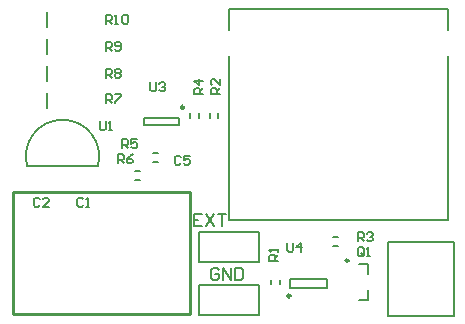
<source format=gto>
%FSLAX24Y24*%
%MOIN*%
G70*
G01*
G75*
G04 Layer_Color=65535*
%ADD10R,0.0276X0.0354*%
%ADD11R,0.0512X0.0236*%
%ADD12R,0.0354X0.0276*%
%ADD13R,0.0315X0.0354*%
%ADD14R,0.0217X0.0394*%
%ADD15R,0.0472X0.0551*%
%ADD16R,0.0500X0.0299*%
%ADD17R,0.0217X0.0512*%
%ADD18C,0.0120*%
%ADD19C,0.0140*%
%ADD20C,0.0200*%
%ADD21C,0.0492*%
%ADD22R,0.0866X0.0866*%
%ADD23C,0.0709*%
%ADD24C,0.0630*%
%ADD25C,0.1063*%
%ADD26C,0.0882*%
%ADD27C,0.0400*%
%ADD28C,0.0098*%
%ADD29C,0.0050*%
%ADD30C,0.0079*%
%ADD31C,0.0100*%
%ADD32C,0.0080*%
D28*
X11236Y2059D02*
G03*
X11236Y2059I-49J0D01*
G01*
X5748Y7172D02*
G03*
X5748Y7172I-49J0D01*
G01*
X9300Y887D02*
G03*
X9300Y887I-49J0D01*
G01*
D29*
X2881Y5221D02*
G03*
X519Y5220I-1181J314D01*
G01*
Y5220D02*
X2881D01*
X12559Y230D02*
Y2670D01*
X14741Y230D02*
Y2670D01*
X12559D02*
X14741D01*
X12559Y230D02*
X14741D01*
X6250Y2000D02*
Y3000D01*
X8250Y2000D02*
Y3000D01*
X6250D02*
X8250D01*
X6250Y2000D02*
X8250D01*
Y250D02*
Y1250D01*
X6250Y250D02*
Y1250D01*
Y250D02*
X8250D01*
X6250Y1250D02*
X8250D01*
X11550Y2700D02*
Y3000D01*
X11700D01*
X11750Y2950D01*
Y2850D01*
X11700Y2800D01*
X11550D01*
X11650D02*
X11750Y2700D01*
X11850Y2950D02*
X11900Y3000D01*
X12000D01*
X12050Y2950D01*
Y2900D01*
X12000Y2850D01*
X11950D01*
X12000D01*
X12050Y2800D01*
Y2750D01*
X12000Y2700D01*
X11900D01*
X11850Y2750D01*
X11750Y2250D02*
Y2450D01*
X11700Y2500D01*
X11600D01*
X11550Y2450D01*
Y2250D01*
X11600Y2200D01*
X11700D01*
X11650Y2300D02*
X11750Y2200D01*
X11700D02*
X11750Y2250D01*
X11850Y2200D02*
X11950D01*
X11900D01*
Y2500D01*
X11850Y2450D01*
X8900Y2050D02*
X8600D01*
Y2200D01*
X8650Y2250D01*
X8750D01*
X8800Y2200D01*
Y2050D01*
Y2150D02*
X8900Y2250D01*
Y2350D02*
Y2450D01*
Y2400D01*
X8600D01*
X8650Y2350D01*
X3700Y5800D02*
Y6100D01*
X3850D01*
X3900Y6050D01*
Y5950D01*
X3850Y5900D01*
X3700D01*
X3800D02*
X3900Y5800D01*
X4200Y6100D02*
X4000D01*
Y5950D01*
X4100Y6000D01*
X4150D01*
X4200Y5950D01*
Y5850D01*
X4150Y5800D01*
X4050D01*
X4000Y5850D01*
X5650Y5500D02*
X5600Y5550D01*
X5500D01*
X5450Y5500D01*
Y5300D01*
X5500Y5250D01*
X5600D01*
X5650Y5300D01*
X5950Y5550D02*
X5750D01*
Y5400D01*
X5850Y5450D01*
X5900D01*
X5950Y5400D01*
Y5300D01*
X5900Y5250D01*
X5800D01*
X5750Y5300D01*
X3550Y5300D02*
Y5600D01*
X3700D01*
X3750Y5550D01*
Y5450D01*
X3700Y5400D01*
X3550D01*
X3650D02*
X3750Y5300D01*
X4050Y5600D02*
X3950Y5550D01*
X3850Y5450D01*
Y5350D01*
X3900Y5300D01*
X4000D01*
X4050Y5350D01*
Y5400D01*
X4000Y5450D01*
X3850D01*
X6950Y7600D02*
X6650D01*
Y7750D01*
X6700Y7800D01*
X6800D01*
X6850Y7750D01*
Y7600D01*
Y7700D02*
X6950Y7800D01*
Y8100D02*
Y7900D01*
X6750Y8100D01*
X6700D01*
X6650Y8050D01*
Y7950D01*
X6700Y7900D01*
X6400Y7600D02*
X6100D01*
Y7750D01*
X6150Y7800D01*
X6250D01*
X6300Y7750D01*
Y7600D01*
Y7700D02*
X6400Y7800D01*
Y8050D02*
X6100D01*
X6250Y7900D01*
Y8100D01*
X4626Y8000D02*
Y7750D01*
X4676Y7700D01*
X4776D01*
X4826Y7750D01*
Y8000D01*
X4926Y7950D02*
X4976Y8000D01*
X5076D01*
X5126Y7950D01*
Y7900D01*
X5076Y7850D01*
X5026D01*
X5076D01*
X5126Y7800D01*
Y7750D01*
X5076Y7700D01*
X4976D01*
X4926Y7750D01*
X3150Y7300D02*
Y7600D01*
X3300D01*
X3350Y7550D01*
Y7450D01*
X3300Y7400D01*
X3150D01*
X3250D02*
X3350Y7300D01*
X3450Y7600D02*
X3650D01*
Y7550D01*
X3450Y7350D01*
Y7300D01*
X3150Y8150D02*
Y8450D01*
X3300D01*
X3350Y8400D01*
Y8300D01*
X3300Y8250D01*
X3150D01*
X3250D02*
X3350Y8150D01*
X3450Y8400D02*
X3500Y8450D01*
X3600D01*
X3650Y8400D01*
Y8350D01*
X3600Y8300D01*
X3650Y8250D01*
Y8200D01*
X3600Y8150D01*
X3500D01*
X3450Y8200D01*
Y8250D01*
X3500Y8300D01*
X3450Y8350D01*
Y8400D01*
X3500Y8300D02*
X3600D01*
X3150Y9050D02*
Y9350D01*
X3300D01*
X3350Y9300D01*
Y9200D01*
X3300Y9150D01*
X3150D01*
X3250D02*
X3350Y9050D01*
X3450Y9100D02*
X3500Y9050D01*
X3600D01*
X3650Y9100D01*
Y9300D01*
X3600Y9350D01*
X3500D01*
X3450Y9300D01*
Y9250D01*
X3500Y9200D01*
X3650D01*
X2400Y4100D02*
X2350Y4150D01*
X2250D01*
X2200Y4100D01*
Y3900D01*
X2250Y3850D01*
X2350D01*
X2400Y3900D01*
X2500Y3850D02*
X2600D01*
X2550D01*
Y4150D01*
X2500Y4100D01*
X950D02*
X900Y4150D01*
X800D01*
X750Y4100D01*
Y3900D01*
X800Y3850D01*
X900D01*
X950Y3900D01*
X1250Y3850D02*
X1050D01*
X1250Y4050D01*
Y4100D01*
X1200Y4150D01*
X1100D01*
X1050Y4100D01*
X2950Y6700D02*
Y6450D01*
X3000Y6400D01*
X3100D01*
X3150Y6450D01*
Y6700D01*
X3250Y6400D02*
X3350D01*
X3300D01*
Y6700D01*
X3250Y6650D01*
X3150Y9950D02*
Y10250D01*
X3300D01*
X3350Y10200D01*
Y10100D01*
X3300Y10050D01*
X3150D01*
X3250D02*
X3350Y9950D01*
X3450D02*
X3550D01*
X3500D01*
Y10250D01*
X3450Y10200D01*
X3700D02*
X3750Y10250D01*
X3850D01*
X3900Y10200D01*
Y10000D01*
X3850Y9950D01*
X3750D01*
X3700Y10000D01*
Y10200D01*
X9200Y2660D02*
Y2410D01*
X9250Y2360D01*
X9350D01*
X9400Y2410D01*
Y2660D01*
X9650Y2360D02*
Y2660D01*
X9500Y2510D01*
X9700D01*
D30*
X10721Y2838D02*
X10879D01*
X10721Y2562D02*
X10879D01*
X11876Y759D02*
Y1074D01*
X11600Y759D02*
X11876D01*
Y1626D02*
Y1941D01*
X11600D02*
X11876D01*
X8938Y1271D02*
Y1429D01*
X8662Y1271D02*
Y1429D01*
X4721Y5362D02*
X4879D01*
X4721Y5638D02*
X4879D01*
X4121Y4762D02*
X4279D01*
X4121Y5038D02*
X4279D01*
X6888Y6821D02*
Y6979D01*
X6612Y6821D02*
Y6979D01*
X5962Y6821D02*
Y6979D01*
X6238Y6821D02*
Y6979D01*
X5591Y6582D02*
Y6818D01*
X4409Y6582D02*
Y6818D01*
X5591D01*
X4409Y6582D02*
X5591D01*
X1200Y7164D02*
Y7636D01*
Y8064D02*
Y8536D01*
Y8964D02*
Y9436D01*
Y9864D02*
Y10336D01*
X9290Y1438D02*
X10510D01*
X9290Y1162D02*
X10510D01*
Y1438D01*
X9290Y1162D02*
Y1438D01*
X7248Y3412D02*
Y8865D01*
Y3412D02*
X14552D01*
Y8865D01*
Y9741D02*
Y10449D01*
X7248Y9741D02*
Y10449D01*
X14552D01*
D31*
X37Y288D02*
X4250D01*
X37D02*
Y4343D01*
X5943D01*
Y288D02*
Y4343D01*
X4250Y288D02*
X5943D01*
D32*
X6917Y1733D02*
X6850Y1800D01*
X6717D01*
X6650Y1733D01*
Y1467D01*
X6717Y1400D01*
X6850D01*
X6917Y1467D01*
Y1600D01*
X6783D01*
X7050Y1400D02*
Y1800D01*
X7316Y1400D01*
Y1800D01*
X7450D02*
Y1400D01*
X7650D01*
X7716Y1467D01*
Y1733D01*
X7650Y1800D01*
X7450D01*
X6367Y3600D02*
X6100D01*
Y3200D01*
X6367D01*
X6100Y3400D02*
X6233D01*
X6500Y3600D02*
X6766Y3200D01*
Y3600D02*
X6500Y3200D01*
X6900Y3600D02*
X7166D01*
X7033D01*
Y3200D01*
M02*

</source>
